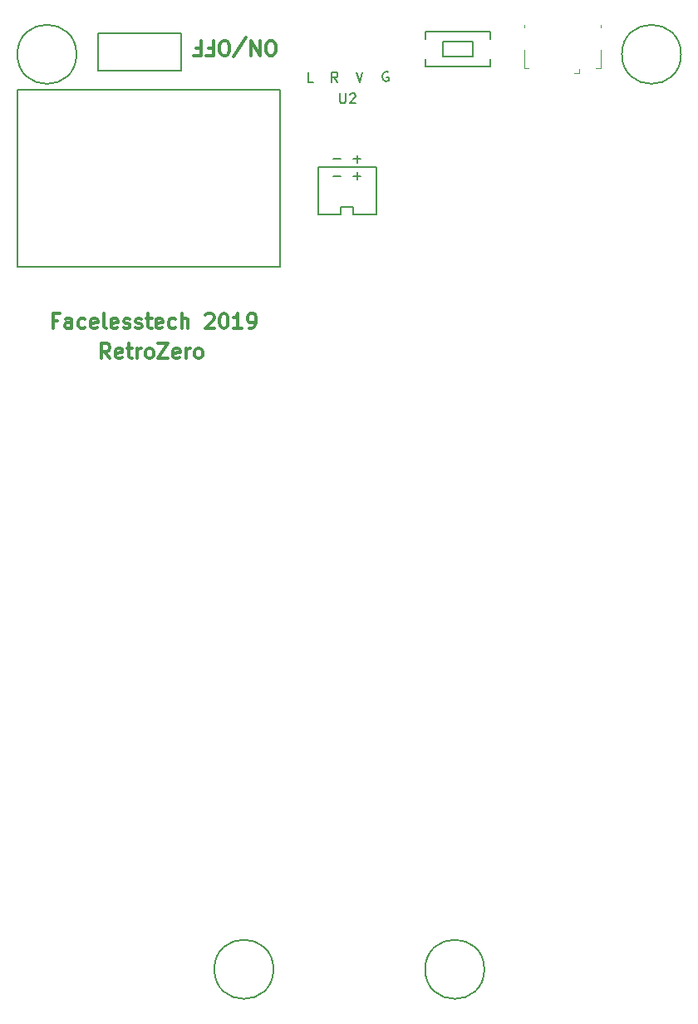
<source format=gbr>
G04 #@! TF.GenerationSoftware,KiCad,Pcbnew,5.0.2+dfsg1-1~bpo9+1*
G04 #@! TF.CreationDate,2019-01-08T10:19:29+00:00*
G04 #@! TF.ProjectId,zeroboy_new_back,7a65726f-626f-4795-9f6e-65775f626163,rev?*
G04 #@! TF.SameCoordinates,Original*
G04 #@! TF.FileFunction,Legend,Top*
G04 #@! TF.FilePolarity,Positive*
%FSLAX46Y46*%
G04 Gerber Fmt 4.6, Leading zero omitted, Abs format (unit mm)*
G04 Created by KiCad (PCBNEW 5.0.2+dfsg1-1~bpo9+1) date Tue 08 Jan 2019 10:19:29 GMT*
%MOMM*%
%LPD*%
G01*
G04 APERTURE LIST*
%ADD10C,0.300000*%
%ADD11C,0.150000*%
%ADD12C,0.120000*%
G04 APERTURE END LIST*
D10*
X117178571Y-73552857D02*
X116678571Y-73552857D01*
X116678571Y-74338571D02*
X116678571Y-72838571D01*
X117392857Y-72838571D01*
X118607142Y-74338571D02*
X118607142Y-73552857D01*
X118535714Y-73410000D01*
X118392857Y-73338571D01*
X118107142Y-73338571D01*
X117964285Y-73410000D01*
X118607142Y-74267142D02*
X118464285Y-74338571D01*
X118107142Y-74338571D01*
X117964285Y-74267142D01*
X117892857Y-74124285D01*
X117892857Y-73981428D01*
X117964285Y-73838571D01*
X118107142Y-73767142D01*
X118464285Y-73767142D01*
X118607142Y-73695714D01*
X119964285Y-74267142D02*
X119821428Y-74338571D01*
X119535714Y-74338571D01*
X119392857Y-74267142D01*
X119321428Y-74195714D01*
X119250000Y-74052857D01*
X119250000Y-73624285D01*
X119321428Y-73481428D01*
X119392857Y-73410000D01*
X119535714Y-73338571D01*
X119821428Y-73338571D01*
X119964285Y-73410000D01*
X121178571Y-74267142D02*
X121035714Y-74338571D01*
X120750000Y-74338571D01*
X120607142Y-74267142D01*
X120535714Y-74124285D01*
X120535714Y-73552857D01*
X120607142Y-73410000D01*
X120750000Y-73338571D01*
X121035714Y-73338571D01*
X121178571Y-73410000D01*
X121250000Y-73552857D01*
X121250000Y-73695714D01*
X120535714Y-73838571D01*
X122107142Y-74338571D02*
X121964285Y-74267142D01*
X121892857Y-74124285D01*
X121892857Y-72838571D01*
X123250000Y-74267142D02*
X123107142Y-74338571D01*
X122821428Y-74338571D01*
X122678571Y-74267142D01*
X122607142Y-74124285D01*
X122607142Y-73552857D01*
X122678571Y-73410000D01*
X122821428Y-73338571D01*
X123107142Y-73338571D01*
X123250000Y-73410000D01*
X123321428Y-73552857D01*
X123321428Y-73695714D01*
X122607142Y-73838571D01*
X123892857Y-74267142D02*
X124035714Y-74338571D01*
X124321428Y-74338571D01*
X124464285Y-74267142D01*
X124535714Y-74124285D01*
X124535714Y-74052857D01*
X124464285Y-73910000D01*
X124321428Y-73838571D01*
X124107142Y-73838571D01*
X123964285Y-73767142D01*
X123892857Y-73624285D01*
X123892857Y-73552857D01*
X123964285Y-73410000D01*
X124107142Y-73338571D01*
X124321428Y-73338571D01*
X124464285Y-73410000D01*
X125107142Y-74267142D02*
X125250000Y-74338571D01*
X125535714Y-74338571D01*
X125678571Y-74267142D01*
X125750000Y-74124285D01*
X125750000Y-74052857D01*
X125678571Y-73910000D01*
X125535714Y-73838571D01*
X125321428Y-73838571D01*
X125178571Y-73767142D01*
X125107142Y-73624285D01*
X125107142Y-73552857D01*
X125178571Y-73410000D01*
X125321428Y-73338571D01*
X125535714Y-73338571D01*
X125678571Y-73410000D01*
X126178571Y-73338571D02*
X126750000Y-73338571D01*
X126392857Y-72838571D02*
X126392857Y-74124285D01*
X126464285Y-74267142D01*
X126607142Y-74338571D01*
X126750000Y-74338571D01*
X127821428Y-74267142D02*
X127678571Y-74338571D01*
X127392857Y-74338571D01*
X127250000Y-74267142D01*
X127178571Y-74124285D01*
X127178571Y-73552857D01*
X127250000Y-73410000D01*
X127392857Y-73338571D01*
X127678571Y-73338571D01*
X127821428Y-73410000D01*
X127892857Y-73552857D01*
X127892857Y-73695714D01*
X127178571Y-73838571D01*
X129178571Y-74267142D02*
X129035714Y-74338571D01*
X128750000Y-74338571D01*
X128607142Y-74267142D01*
X128535714Y-74195714D01*
X128464285Y-74052857D01*
X128464285Y-73624285D01*
X128535714Y-73481428D01*
X128607142Y-73410000D01*
X128750000Y-73338571D01*
X129035714Y-73338571D01*
X129178571Y-73410000D01*
X129821428Y-74338571D02*
X129821428Y-72838571D01*
X130464285Y-74338571D02*
X130464285Y-73552857D01*
X130392857Y-73410000D01*
X130250000Y-73338571D01*
X130035714Y-73338571D01*
X129892857Y-73410000D01*
X129821428Y-73481428D01*
X132249999Y-72981428D02*
X132321428Y-72910000D01*
X132464285Y-72838571D01*
X132821428Y-72838571D01*
X132964285Y-72910000D01*
X133035714Y-72981428D01*
X133107142Y-73124285D01*
X133107142Y-73267142D01*
X133035714Y-73481428D01*
X132178571Y-74338571D01*
X133107142Y-74338571D01*
X134035714Y-72838571D02*
X134178571Y-72838571D01*
X134321428Y-72910000D01*
X134392857Y-72981428D01*
X134464285Y-73124285D01*
X134535714Y-73410000D01*
X134535714Y-73767142D01*
X134464285Y-74052857D01*
X134392857Y-74195714D01*
X134321428Y-74267142D01*
X134178571Y-74338571D01*
X134035714Y-74338571D01*
X133892857Y-74267142D01*
X133821428Y-74195714D01*
X133750000Y-74052857D01*
X133678571Y-73767142D01*
X133678571Y-73410000D01*
X133750000Y-73124285D01*
X133821428Y-72981428D01*
X133892857Y-72910000D01*
X134035714Y-72838571D01*
X135964285Y-74338571D02*
X135107142Y-74338571D01*
X135535714Y-74338571D02*
X135535714Y-72838571D01*
X135392857Y-73052857D01*
X135250000Y-73195714D01*
X135107142Y-73267142D01*
X136678571Y-74338571D02*
X136964285Y-74338571D01*
X137107142Y-74267142D01*
X137178571Y-74195714D01*
X137321428Y-73981428D01*
X137392857Y-73695714D01*
X137392857Y-73124285D01*
X137321428Y-72981428D01*
X137250000Y-72910000D01*
X137107142Y-72838571D01*
X136821428Y-72838571D01*
X136678571Y-72910000D01*
X136607142Y-72981428D01*
X136535714Y-73124285D01*
X136535714Y-73481428D01*
X136607142Y-73624285D01*
X136678571Y-73695714D01*
X136821428Y-73767142D01*
X137107142Y-73767142D01*
X137250000Y-73695714D01*
X137321428Y-73624285D01*
X137392857Y-73481428D01*
X122496000Y-77386571D02*
X121996000Y-76672285D01*
X121638857Y-77386571D02*
X121638857Y-75886571D01*
X122210285Y-75886571D01*
X122353142Y-75958000D01*
X122424571Y-76029428D01*
X122496000Y-76172285D01*
X122496000Y-76386571D01*
X122424571Y-76529428D01*
X122353142Y-76600857D01*
X122210285Y-76672285D01*
X121638857Y-76672285D01*
X123710285Y-77315142D02*
X123567428Y-77386571D01*
X123281714Y-77386571D01*
X123138857Y-77315142D01*
X123067428Y-77172285D01*
X123067428Y-76600857D01*
X123138857Y-76458000D01*
X123281714Y-76386571D01*
X123567428Y-76386571D01*
X123710285Y-76458000D01*
X123781714Y-76600857D01*
X123781714Y-76743714D01*
X123067428Y-76886571D01*
X124210285Y-76386571D02*
X124781714Y-76386571D01*
X124424571Y-75886571D02*
X124424571Y-77172285D01*
X124496000Y-77315142D01*
X124638857Y-77386571D01*
X124781714Y-77386571D01*
X125281714Y-77386571D02*
X125281714Y-76386571D01*
X125281714Y-76672285D02*
X125353142Y-76529428D01*
X125424571Y-76458000D01*
X125567428Y-76386571D01*
X125710285Y-76386571D01*
X126424571Y-77386571D02*
X126281714Y-77315142D01*
X126210285Y-77243714D01*
X126138857Y-77100857D01*
X126138857Y-76672285D01*
X126210285Y-76529428D01*
X126281714Y-76458000D01*
X126424571Y-76386571D01*
X126638857Y-76386571D01*
X126781714Y-76458000D01*
X126853142Y-76529428D01*
X126924571Y-76672285D01*
X126924571Y-77100857D01*
X126853142Y-77243714D01*
X126781714Y-77315142D01*
X126638857Y-77386571D01*
X126424571Y-77386571D01*
X127424571Y-75886571D02*
X128424571Y-75886571D01*
X127424571Y-77386571D01*
X128424571Y-77386571D01*
X129567428Y-77315142D02*
X129424571Y-77386571D01*
X129138857Y-77386571D01*
X128996000Y-77315142D01*
X128924571Y-77172285D01*
X128924571Y-76600857D01*
X128996000Y-76458000D01*
X129138857Y-76386571D01*
X129424571Y-76386571D01*
X129567428Y-76458000D01*
X129638857Y-76600857D01*
X129638857Y-76743714D01*
X128924571Y-76886571D01*
X130281714Y-77386571D02*
X130281714Y-76386571D01*
X130281714Y-76672285D02*
X130353142Y-76529428D01*
X130424571Y-76458000D01*
X130567428Y-76386571D01*
X130710285Y-76386571D01*
X131424571Y-77386571D02*
X131281714Y-77315142D01*
X131210285Y-77243714D01*
X131138857Y-77100857D01*
X131138857Y-76672285D01*
X131210285Y-76529428D01*
X131281714Y-76458000D01*
X131424571Y-76386571D01*
X131638857Y-76386571D01*
X131781714Y-76458000D01*
X131853142Y-76529428D01*
X131924571Y-76672285D01*
X131924571Y-77100857D01*
X131853142Y-77243714D01*
X131781714Y-77315142D01*
X131638857Y-77386571D01*
X131424571Y-77386571D01*
X139040714Y-46541428D02*
X138755000Y-46541428D01*
X138612142Y-46470000D01*
X138469285Y-46327142D01*
X138397857Y-46041428D01*
X138397857Y-45541428D01*
X138469285Y-45255714D01*
X138612142Y-45112857D01*
X138755000Y-45041428D01*
X139040714Y-45041428D01*
X139183571Y-45112857D01*
X139326428Y-45255714D01*
X139397857Y-45541428D01*
X139397857Y-46041428D01*
X139326428Y-46327142D01*
X139183571Y-46470000D01*
X139040714Y-46541428D01*
X137755000Y-45041428D02*
X137755000Y-46541428D01*
X136897857Y-45041428D01*
X136897857Y-46541428D01*
X135112142Y-46612857D02*
X136397857Y-44684285D01*
X134326428Y-46541428D02*
X134040714Y-46541428D01*
X133897857Y-46470000D01*
X133755000Y-46327142D01*
X133683571Y-46041428D01*
X133683571Y-45541428D01*
X133755000Y-45255714D01*
X133897857Y-45112857D01*
X134040714Y-45041428D01*
X134326428Y-45041428D01*
X134469285Y-45112857D01*
X134612142Y-45255714D01*
X134683571Y-45541428D01*
X134683571Y-46041428D01*
X134612142Y-46327142D01*
X134469285Y-46470000D01*
X134326428Y-46541428D01*
X132540714Y-45827142D02*
X133040714Y-45827142D01*
X133040714Y-45041428D02*
X133040714Y-46541428D01*
X132326428Y-46541428D01*
X131255000Y-45827142D02*
X131755000Y-45827142D01*
X131755000Y-45041428D02*
X131755000Y-46541428D01*
X131040714Y-46541428D01*
D11*
G04 #@! TO.C,U6*
X160644469Y-139623800D02*
G75*
G03X160644469Y-139623800I-3012069J0D01*
G01*
G04 #@! TO.C,U3*
X180685069Y-46418500D02*
G75*
G03X180685069Y-46418500I-3012069J0D01*
G01*
G04 #@! TO.C,U5*
X119090069Y-46418500D02*
G75*
G03X119090069Y-46418500I-3012069J0D01*
G01*
G04 #@! TO.C,U4*
X139156069Y-139623800D02*
G75*
G03X139156069Y-139623800I-3012069J0D01*
G01*
G04 #@! TO.C,SW1*
X129794000Y-48069500D02*
X129794000Y-44259500D01*
X129794000Y-44259500D02*
X121285000Y-44259500D01*
X121285000Y-44259500D02*
X121285000Y-48069500D01*
X121285000Y-48069500D02*
X129794000Y-48069500D01*
G04 #@! TO.C,SW2*
X159448500Y-46672500D02*
X159448500Y-45148500D01*
X159448500Y-45148500D02*
X156400500Y-45148500D01*
X156400500Y-45148500D02*
X156400500Y-46672500D01*
X156400500Y-46672500D02*
X159448500Y-46672500D01*
X161226500Y-44894500D02*
X161226500Y-44132500D01*
X161226500Y-44132500D02*
X154622500Y-44132500D01*
X154622500Y-44132500D02*
X154622500Y-44894500D01*
X161226500Y-47688500D02*
X161226500Y-46926500D01*
X161226500Y-47688500D02*
X154622500Y-47688500D01*
X154622500Y-47688500D02*
X154622500Y-46926500D01*
G04 #@! TO.C,U1*
X143700500Y-60325000D02*
X143700500Y-57912000D01*
X143700500Y-57912000D02*
X149669500Y-57912000D01*
X149669500Y-57912000D02*
X149669500Y-62738000D01*
X143700500Y-62738000D02*
X143700500Y-60325000D01*
X146050000Y-62738000D02*
X146050000Y-61976000D01*
X146050000Y-61976000D02*
X147320000Y-61976000D01*
X147320000Y-61976000D02*
X147320000Y-62738000D01*
X149669500Y-62738000D02*
X147320000Y-62738000D01*
X146050000Y-62738000D02*
X143700500Y-62738000D01*
G04 #@! TO.C,U7*
X139827000Y-50038000D02*
X139827000Y-68072000D01*
X139827000Y-68072000D02*
X113093500Y-68072000D01*
X113093500Y-68072000D02*
X113093500Y-50101500D01*
X113093500Y-50101500D02*
X113093500Y-50038000D01*
X113093500Y-50038000D02*
X139827000Y-50038000D01*
D12*
G04 #@! TO.C,J1*
X172492500Y-47800000D02*
X172042500Y-47800000D01*
X172492500Y-45950000D02*
X172492500Y-47800000D01*
X164692500Y-43400000D02*
X164692500Y-43650000D01*
X172492500Y-43400000D02*
X172492500Y-43650000D01*
X164692500Y-45950000D02*
X164692500Y-47800000D01*
X164692500Y-47800000D02*
X165142500Y-47800000D01*
X170292500Y-48350000D02*
X169842500Y-48350000D01*
X170292500Y-48350000D02*
X170292500Y-47900000D01*
G04 #@! TO.C,U2*
D11*
X145948495Y-50404780D02*
X145948495Y-51214304D01*
X145996114Y-51309542D01*
X146043733Y-51357161D01*
X146138971Y-51404780D01*
X146329447Y-51404780D01*
X146424685Y-51357161D01*
X146472304Y-51309542D01*
X146519923Y-51214304D01*
X146519923Y-50404780D01*
X146948495Y-50500019D02*
X146996114Y-50452400D01*
X147091352Y-50404780D01*
X147329447Y-50404780D01*
X147424685Y-50452400D01*
X147472304Y-50500019D01*
X147519923Y-50595257D01*
X147519923Y-50690495D01*
X147472304Y-50833352D01*
X146900876Y-51404780D01*
X147519923Y-51404780D01*
X150845804Y-48229900D02*
X150750566Y-48182280D01*
X150607709Y-48182280D01*
X150464852Y-48229900D01*
X150369614Y-48325138D01*
X150321995Y-48420376D01*
X150274376Y-48610852D01*
X150274376Y-48753709D01*
X150321995Y-48944185D01*
X150369614Y-49039423D01*
X150464852Y-49134661D01*
X150607709Y-49182280D01*
X150702947Y-49182280D01*
X150845804Y-49134661D01*
X150893423Y-49087042D01*
X150893423Y-48753709D01*
X150702947Y-48753709D01*
X147583566Y-48245780D02*
X147916900Y-49245780D01*
X148250233Y-48245780D01*
X145686423Y-49245780D02*
X145353090Y-48769590D01*
X145114995Y-49245780D02*
X145114995Y-48245780D01*
X145495947Y-48245780D01*
X145591185Y-48293400D01*
X145638804Y-48341019D01*
X145686423Y-48436257D01*
X145686423Y-48579114D01*
X145638804Y-48674352D01*
X145591185Y-48721971D01*
X145495947Y-48769590D01*
X145114995Y-48769590D01*
X143209923Y-49245780D02*
X142733733Y-49245780D01*
X142733733Y-48245780D01*
G04 #@! TO.C,U1*
X147320047Y-58808928D02*
X148081952Y-58808928D01*
X147701000Y-59189880D02*
X147701000Y-58427976D01*
X145224547Y-58840619D02*
X145986452Y-58840619D01*
X145288047Y-57094428D02*
X146049952Y-57094428D01*
X147320047Y-57094428D02*
X148081952Y-57094428D01*
X147701000Y-57475380D02*
X147701000Y-56713476D01*
G04 #@! TD*
M02*

</source>
